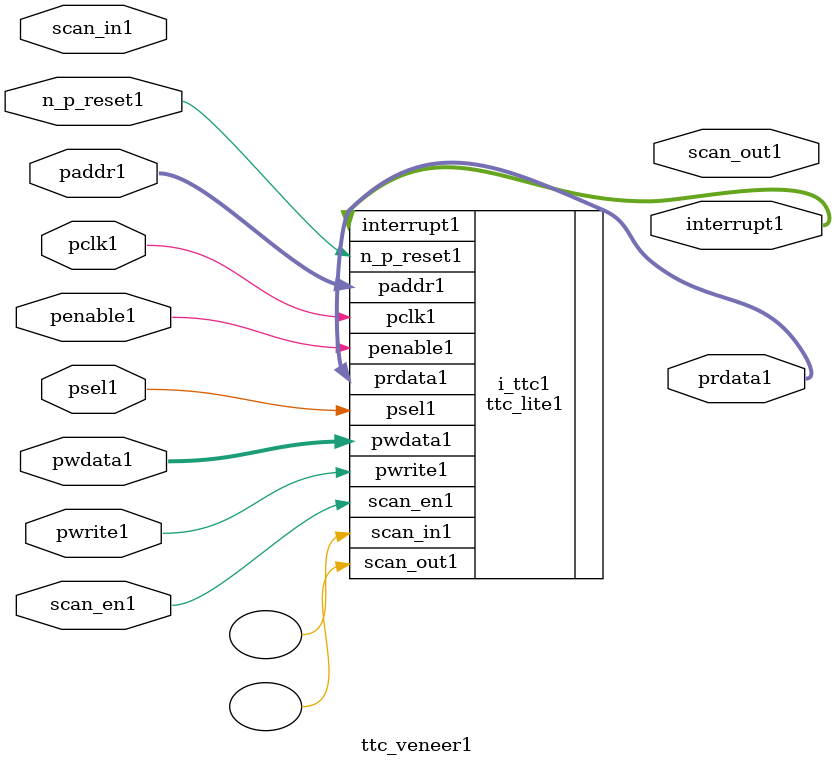
<source format=v>
module ttc_veneer1 (
           
           //inputs1
           n_p_reset1,
           pclk1,
           psel1,
           penable1,
           pwrite1,
           pwdata1,
           paddr1,
           scan_in1,
           scan_en1,

           //outputs1
           prdata1,
           interrupt1,
           scan_out1           

           );


//-----------------------------------------------------------------------------
// PORT DECLARATIONS1
//-----------------------------------------------------------------------------

   input         n_p_reset1;            //System1 Reset1
   input         pclk1;                 //System1 clock1
   input         psel1;                 //Select1 line
   input         penable1;              //Enable1
   input         pwrite1;               //Write line, 1 for write, 0 for read
   input [31:0]  pwdata1;               //Write data
   input [7:0]   paddr1;                //Address Bus1 register
   input         scan_in1;              //Scan1 chain1 input port
   input         scan_en1;              //Scan1 chain1 enable port
   
   output [31:0] prdata1;               //Read Data from the APB1 Interface1
   output [3:1]  interrupt1;            //Interrupt1 from PCI1 
   output        scan_out1;             //Scan1 chain1 output port

//##############################################################################
// if the TTC1 is NOT1 black1 boxed1 
//##############################################################################
`ifndef FV_KIT_BLACK_BOX_TTC1 

ttc_lite1 i_ttc1(

   //inputs1
   .n_p_reset1(n_p_reset1),
   .pclk1(pclk1),
   .psel1(psel1),
   .penable1(penable1),
   .pwrite1(pwrite1),
   .pwdata1(pwdata1),
   .paddr1(paddr1),
   .scan_in1(),
   .scan_en1(scan_en1),

   //outputs1
   .prdata1(prdata1),
   .interrupt1(interrupt1),
   .scan_out1()
);

`else 
//##############################################################################
// if the TTC1 is black1 boxed1 
//##############################################################################

   wire          n_p_reset1;            //System1 Reset1
   wire          pclk1;                 //System1 clock1
   wire          psel1;                 //Select1 line
   wire          penable1;              //Enable1
   wire          pwrite1;               //Write line, 1 for write, 0 for read
   wire  [31:0]  pwdata1;               //Write data
   wire  [7:0]   paddr1;                //Address Bus1 register
   wire          scan_in1;              //Scan1 chain1 wire  port
   wire          scan_en1;              //Scan1 chain1 enable port
   
   reg    [31:0] prdata1;               //Read Data from the APB1 Interface1
   reg    [3:1]  interrupt1;            //Interrupt1 from PCI1 
   reg           scan_out1;             //Scan1 chain1 reg    port

`endif
//##############################################################################
// black1 boxed1 defines1 
//##############################################################################

endmodule

</source>
